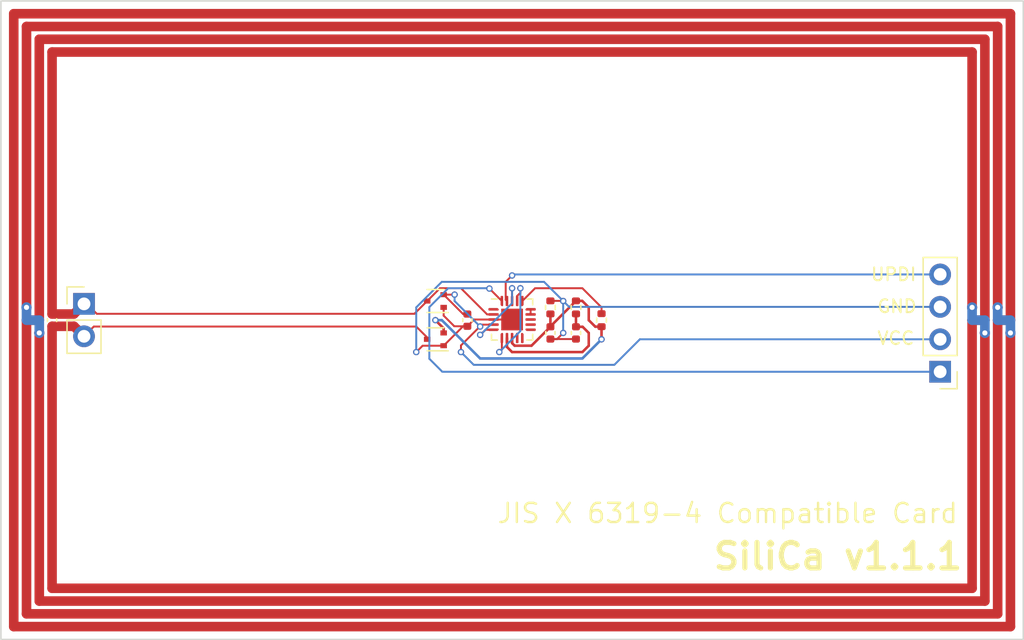
<source format=kicad_pcb>
(kicad_pcb (version 20241229) (generator "pcbnew") (generator_version "9.0")
  (layers (0 "F.Cu" signal) (2 "B.Cu" signal) (13 "F.Paste" user) (15 "B.Paste" user) (5 "F.SilkS" user "F.Silkscreen") (7 "B.SilkS" user "B.Silkscreen") (1 "F.Mask" user) (3 "B.Mask" user) (25 "Edge.Cuts" user))
  (net 0 "")
  (net 1 "EXTCLK")
  (net 2 "VCC")
  (net 3 "GND")
  (net 4 "AINP0")
  (net 5 "AINN0")
  (net 6 "MISO")
  (net 7 "RxD")
  (net 8 "~{SS}")
  (net 9 "MOSI")
  (net 15 "SCK")
  (net 16 "UPDI")
  (net 17 "TxD")
  (footprint "Package_TO_SOT_SMD:SOT-523" (layer "F.Cu") (at 84 73.5 180)
    (property "Reference" "D1" (hide yes))
    (property "Value" "D_Schottky_Dual_Series_AKC_Parallel" (hide yes))
    (fp_line (start 0.65 0.9) (end -0.65 0.9) (stroke (width 0.12)) (layer "F.SilkS"))
    (fp_line (start -1 -0.9) (end 0.65 -0.9) (stroke (width 0.12)) (layer "F.SilkS"))
    (pad "1" smd rect (at -0.645 -0.5) (size 0.51 0.4) (layers "F.Cu" "F.Mask" "F.Paste") (net 3 "GND"))
    (pad "2" smd rect (at -0.645 0.5) (size 0.51 0.4) (layers "F.Cu" "F.Mask" "F.Paste") (net 2 "VCC"))
    (pad "3" smd rect (at 0.645 0) (size 0.51 0.4) (layers "F.Cu" "F.Mask" "F.Paste") (net 1 "EXTCLK"))
  )
  (footprint "Package_TO_SOT_SMD:SOT-523" (layer "F.Cu") (at 84 76.5 180)
    (property "Reference" "D2" (hide yes))
    (property "Value" "D_Schottky_Dual_Series_AKC_Parallel" (hide yes))
    (fp_line (start 0.65 0.9) (end -0.65 0.9) (stroke (width 0.12)) (layer "F.SilkS"))
    (fp_line (start -1 -0.9) (end 0.65 -0.9) (stroke (width 0.12)) (layer "F.SilkS"))
    (pad "1" smd rect (at -0.645 -0.5) (size 0.51 0.4) (layers "F.Cu" "F.Mask" "F.Paste") (net 3 "GND"))
    (pad "2" smd rect (at -0.645 0.5) (size 0.51 0.4) (layers "F.Cu" "F.Mask" "F.Paste") (net 4 "AINP0"))
    (pad "3" smd rect (at 0.645 0) (size 0.51 0.4) (layers "F.Cu" "F.Mask" "F.Paste") (net 1 "EXTCLK"))
  )
  (footprint "Capacitor_SMD:C_0402_1005Metric" (layer "F.Cu") (at 54 75 -90)
    (property "Reference" "C1" (hide yes))
    (property "Value" "C")
    (fp_line (start -0.107836 0.36) (end 0.107836 0.36) (stroke (width 0.12)) (layer "F.SilkS"))
    (fp_line (start -0.107836 -0.36) (end 0.107836 -0.36) (stroke (width 0.12)) (layer "F.SilkS"))
    (pad "1" smd roundrect (at -0.48 0 270) (size 0.56 0.62) (layers "F.Cu" "F.Mask" "F.Paste") (net 1 "EXTCLK"))
    (pad "2" smd roundrect (at 0.48 0 270) (size 0.56 0.62) (layers "F.Cu" "F.Mask" "F.Paste") (net 1 "EXTCLK"))
  )
  (footprint "Resistor_SMD:R_0402_1005Metric" (layer "F.Cu") (at 95 74 -90)
    (property "Reference" "R2" (hide yes))
    (property "Value" "R")
    (fp_line (start -0.153641 0.38) (end 0.153641 0.38) (stroke (width 0.12)) (layer "F.SilkS"))
    (fp_line (start -0.153641 -0.38) (end 0.153641 -0.38) (stroke (width 0.12)) (layer "F.SilkS"))
    (pad "1" smd roundrect (at -0.51 0 270) (size 0.54 0.64) (layers "F.Cu" "F.Mask" "F.Paste") (net 4 "AINP0"))
    (pad "2" smd roundrect (at 0.51 0 270) (size 0.54 0.64) (layers "F.Cu" "F.Mask" "F.Paste") (net 5 "AINN0"))
  )
  (footprint "Resistor_SMD:R_0402_1005Metric" (layer "F.Cu") (at 93 74 90)
    (property "Reference" "R1" (hide yes))
    (property "Value" "R")
    (fp_line (start -0.153641 -0.38) (end 0.153641 -0.38) (stroke (width 0.12)) (layer "F.SilkS"))
    (fp_line (start -0.153641 0.38) (end 0.153641 0.38) (stroke (width 0.12)) (layer "F.SilkS"))
    (pad "1" smd roundrect (at -0.51 0 90) (size 0.54 0.64) (layers "F.Cu" "F.Mask" "F.Paste") (net 4 "AINP0"))
    (pad "2" smd roundrect (at 0.51 0 90) (size 0.54 0.64) (layers "F.Cu" "F.Mask" "F.Paste") (net 3 "GND"))
  )
  (footprint "Connector_PinHeader_2.54mm:PinHeader_1x04_P2.54mm_Vertical" (layer "F.Cu") (at 123.5 79.04 180)
    (property "Reference" "J1" (hide yes))
    (property "Value" "Conn_01x04_Pin")
    (fp_line (start 1.33 1.27) (end 1.33 8.95) (stroke (width 0.12)) (layer "F.SilkS"))
    (fp_line (start -1.33 8.95) (end 1.33 8.95) (stroke (width 0.12)) (layer "F.SilkS"))
    (fp_line (start -1.33 1.27) (end 1.33 1.27) (stroke (width 0.12)) (layer "F.SilkS"))
    (fp_line (start -1.33 1.27) (end -1.33 8.95) (stroke (width 0.12)) (layer "F.SilkS"))
    (fp_line (start -1.33 0) (end -1.33 -1.33) (stroke (width 0.12)) (layer "F.SilkS"))
    (fp_line (start -1.33 -1.33) (end 0 -1.33) (stroke (width 0.12)) (layer "F.SilkS"))
    (pad "1" thru_hole rect (at 0 0 180) (size 1.7 1.7) (drill 1) (layers "*.Cu" "*.Mask") (net 17 "TxD"))
    (pad "2" thru_hole oval (at 0 2.54 180) (size 1.7 1.7) (drill 1) (layers "*.Cu" "*.Mask") (net 2 "VCC"))
    (pad "3" thru_hole oval (at 0 5.08 180) (size 1.7 1.7) (drill 1) (layers "*.Cu" "*.Mask") (net 3 "GND"))
    (pad "4" thru_hole oval (at 0 7.62 180) (size 1.7 1.7) (drill 1) (layers "*.Cu" "*.Mask") (net 16 "UPDI"))
  )
  (footprint "Connector_PinHeader_2.54mm:PinHeader_1x02_P2.54mm_Vertical" (layer "F.Cu") (at 56.5 73.725)
    (property "Reference" "AE1" (hide yes))
    (property "Value" "Antenna_Loop")
    (fp_line (start -1.33 -1.33) (end 0 -1.33) (stroke (width 0.12)) (layer "F.SilkS"))
    (fp_line (start -1.33 0) (end -1.33 -1.33) (stroke (width 0.12)) (layer "F.SilkS"))
    (fp_line (start -1.33 1.27) (end -1.33 3.87) (stroke (width 0.12)) (layer "F.SilkS"))
    (fp_line (start -1.33 1.27) (end 1.33 1.27) (stroke (width 0.12)) (layer "F.SilkS"))
    (fp_line (start -1.33 3.87) (end 1.33 3.87) (stroke (width 0.12)) (layer "F.SilkS"))
    (fp_line (start 1.33 1.27) (end 1.33 3.87) (stroke (width 0.12)) (layer "F.SilkS"))
    (pad "1" thru_hole rect (at 0 0) (size 1.7 1.7) (drill 1) (layers "*.Cu" "*.Mask") (net 1 "EXTCLK"))
    (pad "2" thru_hole oval (at 0 2.54) (size 1.7 1.7) (drill 1) (layers "*.Cu" "*.Mask") (net 1 "EXTCLK"))
  )
  (footprint "Resistor_SMD:R_0402_1005Metric" (layer "F.Cu") (at 97 75 90)
    (property "Reference" "R3" (hide yes))
    (property "Value" "R")
    (fp_line (start -0.153641 -0.38) (end 0.153641 -0.38) (stroke (width 0.12)) (layer "F.SilkS"))
    (fp_line (start -0.153641 0.38) (end 0.153641 0.38) (stroke (width 0.12)) (layer "F.SilkS"))
    (pad "1" smd roundrect (at -0.51 0 90) (size 0.54 0.64) (layers "F.Cu" "F.Mask" "F.Paste") (net 4 "AINP0"))
    (pad "2" smd roundrect (at 0.51 0 90) (size 0.54 0.64) (layers "F.Cu" "F.Mask" "F.Paste") (net 6 "MISO"))
  )
  (footprint "Package_DFN_QFN:VQFN-20-1EP_3x3mm_P0.4mm_EP1.7x1.7mm" (layer "F.Cu") (at 90 74.95)
    (property "Reference" "U1" (hide yes))
    (property "Value" "ATtiny1616-M" (hide yes))
    (fp_line (start -1.61 1.61) (end -1.61 1.16) (stroke (width 0.12)) (layer "F.SilkS"))
    (fp_line (start -1.16 -1.61) (end -1.61 -1.61) (stroke (width 0.12)) (layer "F.SilkS"))
    (fp_line (start -1.16 1.61) (end -1.61 1.61) (stroke (width 0.12)) (layer "F.SilkS"))
    (fp_line (start 1.16 -1.61) (end 1.61 -1.61) (stroke (width 0.12)) (layer "F.SilkS"))
    (fp_line (start 1.16 1.61) (end 1.61 1.61) (stroke (width 0.12)) (layer "F.SilkS"))
    (fp_line (start 1.61 -1.61) (end 1.61 -1.16) (stroke (width 0.12)) (layer "F.SilkS"))
    (fp_line (start 1.61 1.61) (end 1.61 1.16) (stroke (width 0.12)) (layer "F.SilkS"))
    (pad "1" smd custom (at -1.45 -0.8) (size 0.143431 0.143431) (layers "F.Cu" "F.Mask" "F.Paste") (net 7 "RxD") (options (clearance outline) (anchor circle)) (primitives (gr_poly (pts (xy 0.35 0.000711) (xy 0.35 0.05) (xy -0.35 0.05) (xy -0.35 -0.05) (xy 0.299289 -0.05)) (width 0.1) (fill yes))))
    (pad "2" smd roundrect (at -1.45 -0.4) (size 0.8 0.2) (layers "F.Cu" "F.Mask" "F.Paste") (net 1 "EXTCLK"))
    (pad "3" smd roundrect (at -1.45 0) (size 0.8 0.2) (layers "F.Cu" "F.Mask" "F.Paste") (net 3 "GND"))
    (pad "4" smd roundrect (at -1.45 0.4) (size 0.8 0.2) (layers "F.Cu" "F.Mask" "F.Paste") (net 2 "VCC"))
    (pad "5" smd custom (at -1.45 0.8) (size 0.143431 0.143431) (layers "F.Cu" "F.Mask" "F.Paste") (net 8 "~{SS}") (options (clearance outline) (anchor circle)) (primitives (gr_poly (pts (xy 0.35 -0.000711) (xy 0.299289 0.05) (xy -0.35 0.05) (xy -0.35 -0.05) (xy 0.35 -0.05)) (width 0.1) (fill yes))))
    (pad "6" smd custom (at -0.8 1.45) (size 0.143431 0.143431) (layers "F.Cu" "F.Mask" "F.Paste") (net 9 "MOSI") (options (clearance outline) (anchor circle)) (primitives (gr_poly (pts (xy 0.05 0.35) (xy -0.05 0.35) (xy -0.05 -0.299289) (xy 0.000711 -0.35) (xy 0.05 -0.35)) (width 0.1) (fill yes))))
    (pad "7" smd roundrect (at -0.4 1.45) (size 0.2 0.8) (layers "F.Cu" "F.Mask" "F.Paste") (net 5 "AINN0"))
    (pad "8" smd roundrect (at 0 1.45) (size 0.2 0.8) (layers "F.Cu" "F.Mask" "F.Paste") (net 4 "AINP0"))
    (pad "9" smd roundrect (at 0.4 1.45) (size 0.2 0.8) (layers "F.Cu" "F.Mask" "F.Paste"))
    (pad "10" smd custom (at 0.8 1.45) (size 0.143431 0.143431) (layers "F.Cu" "F.Mask" "F.Paste") (options (clearance outline) (anchor circle)) (primitives (gr_poly (pts (xy 0.05 -0.299289) (xy 0.05 0.35) (xy -0.05 0.35) (xy -0.05 -0.35) (xy -0.000711 -0.35)) (width 0.1) (fill yes))))
    (pad "11" smd custom (at 1.45 0.8) (size 0.143431 0.143431) (layers "F.Cu" "F.Mask" "F.Paste") (options (clearance outline) (anchor circle)) (primitives (gr_poly (pts (xy 0.35 0.05) (xy -0.299289 0.05) (xy -0.35 -0.000711) (xy -0.35 -0.05) (xy 0.35 -0.05)) (width 0.1) (fill yes))))
    (pad "12" smd roundrect (at 1.45 0.4) (size 0.8 0.2) (layers "F.Cu" "F.Mask" "F.Paste"))
    (pad "13" smd roundrect (at 1.45 0) (size 0.8 0.2) (layers "F.Cu" "F.Mask" "F.Paste"))
    (pad "14" smd roundrect (at 1.45 -0.4) (size 0.8 0.2) (layers "F.Cu" "F.Mask" "F.Paste") (net 15 "SCK"))
    (pad "15" smd custom (at 1.45 -0.8) (size 0.143431 0.143431) (layers "F.Cu" "F.Mask" "F.Paste") (net 15 "SCK") (options (clearance outline) (anchor circle)) (primitives (gr_poly (pts (xy 0.35 0.05) (xy -0.35 0.05) (xy -0.35 0.000711) (xy -0.299289 -0.05) (xy 0.35 -0.05)) (width 0.1) (fill yes))))
    (pad "16" smd custom (at 0.8 -1.45) (size 0.143431 0.143431) (layers "F.Cu" "F.Mask" "F.Paste") (net 6 "MISO") (options (clearance outline) (anchor circle)) (primitives (gr_poly (pts (xy 0.05 0.299289) (xy -0.000711 0.35) (xy -0.05 0.35) (xy -0.05 -0.35) (xy 0.05 -0.35)) (width 0.1) (fill yes))))
    (pad "17" smd roundrect (at 0.4 -1.45) (size 0.2 0.8) (layers "F.Cu" "F.Mask" "F.Paste") (net 9 "MOSI"))
    (pad "18" smd roundrect (at 0 -1.45) (size 0.2 0.8) (layers "F.Cu" "F.Mask" "F.Paste") (net 8 "~{SS}"))
    (pad "19" smd roundrect (at -0.4 -1.45) (size 0.2 0.8) (layers "F.Cu" "F.Mask" "F.Paste") (net 16 "UPDI"))
    (pad "20" smd custom (at -0.8 -1.45) (size 0.143431 0.143431) (layers "F.Cu" "F.Mask" "F.Paste") (net 17 "TxD") (options (clearance outline) (anchor circle)) (primitives (gr_poly (pts (xy 0.05 0.35) (xy 0.000711 0.35) (xy -0.05 0.299289) (xy -0.05 -0.35) (xy 0.05 -0.35)) (width 0.1) (fill yes))))
    (pad "21" smd rect (at 0 0) (size 1.7 1.7) (layers "F.Cu" "F.Mask") (net 3 "GND"))
  )
  (footprint "Capacitor_SMD:C_0402_1005Metric" (layer "F.Cu") (at 86.5 75 -90)
    (property "Reference" "C2" (hide yes))
    (property "Value" "C")
    (fp_line (start -0.107836 0.36) (end 0.107836 0.36) (stroke (width 0.12)) (layer "F.SilkS"))
    (fp_line (start -0.107836 -0.36) (end 0.107836 -0.36) (stroke (width 0.12)) (layer "F.SilkS"))
    (pad "1" smd roundrect (at -0.48 0 270) (size 0.56 0.62) (layers "F.Cu" "F.Mask" "F.Paste") (net 2 "VCC"))
    (pad "2" smd roundrect (at 0.48 0 270) (size 0.56 0.62) (layers "F.Cu" "F.Mask" "F.Paste") (net 3 "GND"))
  )
  (footprint "Capacitor_SMD:C_0402_1005Metric" (layer "F.Cu") (at 95 76 -90)
    (property "Reference" "C4" (hide yes))
    (property "Value" "C")
    (fp_line (start -0.107836 0.36) (end 0.107836 0.36) (stroke (width 0.12)) (layer "F.SilkS"))
    (fp_line (start -0.107836 -0.36) (end 0.107836 -0.36) (stroke (width 0.12)) (layer "F.SilkS"))
    (pad "1" smd roundrect (at -0.48 0 270) (size 0.56 0.62) (layers "F.Cu" "F.Mask" "F.Paste") (net 5 "AINN0"))
    (pad "2" smd roundrect (at 0.48 0 270) (size 0.56 0.62) (layers "F.Cu" "F.Mask" "F.Paste") (net 3 "GND"))
  )
  (footprint "Capacitor_SMD:C_0402_1005Metric" (layer "F.Cu") (at 93 76 -90)
    (property "Reference" "C3" (hide yes))
    (property "Value" "C")
    (fp_line (start -0.107836 0.36) (end 0.107836 0.36) (stroke (width 0.12)) (layer "F.SilkS"))
    (fp_line (start -0.107836 -0.36) (end 0.107836 -0.36) (stroke (width 0.12)) (layer "F.SilkS"))
    (pad "1" smd roundrect (at -0.48 0 270) (size 0.56 0.62) (layers "F.Cu" "F.Mask" "F.Paste") (net 4 "AINP0"))
    (pad "2" smd roundrect (at 0.48 0 270) (size 0.56 0.62) (layers "F.Cu" "F.Mask" "F.Paste") (net 3 "GND"))
  )
  (gr_rect (start 50 50) (end 130 100) (stroke (width 0.1)) (fill no) (layer "Edge.Cuts"))
  (gr_text "VCC" (at 118.5 77 0) (layer "F.SilkS") (effects (font (size 1 1)) (justify left bottom)))
  (gr_text "JIS X 6319-4 Compatible Card" (at 88.75 91 0) (layer "F.SilkS") (effects (font (size 1.5 1.5) (thickness 0.1875)) (justify left bottom)))
  (gr_text "GND" (at 118.5 74.5 0) (layer "F.SilkS") (effects (font (size 1 1)) (justify left bottom)))
  (gr_text "SiliCa v1.1.1" (at 115.5 93.5 0) (layer "F.SilkS") (effects (font (size 2 2) (thickness 0.4) (bold yes))))
  (gr_text "UPDI" (at 118 72 0) (layer "F.SilkS") (effects (font (size 1 1)) (justify left bottom)))
  (segment (start 83.355 73.5) (end 82.355 74.5) (width 0.15) (layer "F.Cu") (net 1))
  (segment (start 54 75.48) (end 54 96) (width 0.75) (layer "F.Cu") (net 1))
  (segment (start 51 51) (end 51 99) (width 0.75) (layer "F.Cu") (net 1))
  (segment (start 55.705 74.52) (end 56.5 73.725) (width 0.75) (layer "F.Cu") (net 1))
  (segment (start 126 75) (end 127 75) (width 0.75) (layer "F.Cu") (net 1))
  (segment (start 82.355 74.5) (end 57.5 74.5) (width 0.15) (layer "F.Cu") (net 1))
  (segment (start 127 97) (end 127 76) (width 0.75) (layer "F.Cu") (net 1))
  (segment (start 126 54) (end 54 54) (width 0.75) (layer "F.Cu") (net 1))
  (segment (start 128 75) (end 129 75) (width 0.75) (layer "F.Cu") (net 1))
  (segment (start 83.355 76.5) (end 83.355 76.355) (width 0.15) (layer "F.Cu") (net 1))
  (segment (start 57.265 75.5) (end 56.5 76.265) (width 0.15) (layer "F.Cu") (net 1))
  (segment (start 128 52) (end 128 74) (width 0.75) (layer "F.Cu") (net 1))
  (segment (start 128 98) (end 128 75) (width 0.75) (layer "F.Cu") (net 1))
  (segment (start 129 75) (end 129 51) (width 0.75) (layer "F.Cu") (net 1))
  (segment (start 127 53) (end 53 53) (width 0.75) (layer "F.Cu") (net 1))
  (segment (start 126 74) (end 126 54) (width 0.75) (layer "F.Cu") (net 1))
  (segment (start 54 74.52) (end 55.705 74.52) (width 0.75) (layer "F.Cu") (net 1))
  (segment (start 53 75) (end 52 75) (width 0.75) (layer "F.Cu") (net 1))
  (segment (start 53 97) (end 127 97) (width 0.75) (layer "F.Cu") (net 1))
  (segment (start 51 99) (end 129 99) (width 0.75) (layer "F.Cu") (net 1))
  (segment (start 52 75) (end 52 98) (width 0.75) (layer "F.Cu") (net 1))
  (segment (start 56.725 73.725) (end 56.5 73.725) (width 0.15) (layer "F.Cu") (net 1))
  (segment (start 83.355 73.5) (end 84.355 72.5) (width 0.15) (layer "F.Cu") (net 1))
  (segment (start 82.5 75.5) (end 57.265 75.5) (width 0.15) (layer "F.Cu") (net 1))
  (segment (start 129 99) (end 129 76) (width 0.75) (layer "F.Cu") (net 1))
  (segment (start 86 72.5) (end 88.05 74.55) (width 0.15) (layer "F.Cu") (net 1))
  (segment (start 54 54) (end 54 74.52) (width 0.75) (layer "F.Cu") (net 1))
  (segment (start 57.5 74.5) (end 56.725 73.725) (width 0.15) (layer "F.Cu") (net 1))
  (segment (start 55.715 75.48) (end 56.5 76.265) (width 0.75) (layer "F.Cu") (net 1))
  (segment (start 129 51) (end 51 51) (width 0.75) (layer "F.Cu") (net 1))
  (segment (start 53 53) (end 53 75) (width 0.75) (layer "F.Cu") (net 1))
  (segment (start 53 76) (end 53 97) (width 0.75) (layer "F.Cu") (net 1))
  (segment (start 52 74) (end 52 52) (width 0.75) (layer "F.Cu") (net 1))
  (segment (start 126 96) (end 126 75) (width 0.75) (layer "F.Cu") (net 1))
  (segment (start 52 98) (end 128 98) (width 0.75) (layer "F.Cu") (net 1))
  (segment (start 83.355 76.355) (end 82.5 75.5) (width 0.15) (layer "F.Cu") (net 1))
  (segment (start 127 75) (end 127 53) (width 0.75) (layer "F.Cu") (net 1))
  (segment (start 84.355 72.5) (end 86 72.5) (width 0.15) (layer "F.Cu") (net 1))
  (segment (start 88.05 74.55) (end 88.55 74.55) (width 0.15) (layer "F.Cu") (net 1))
  (segment (start 52 52) (end 128 52) (width 0.75) (layer "F.Cu") (net 1))
  (segment (start 54 96) (end 126 96) (width 0.75) (layer "F.Cu") (net 1))
  (segment (start 54 75.48) (end 55.715 75.48) (width 0.75) (layer "F.Cu") (net 1))
  (via (at 53 76) (size 0.8) (drill 0.4) (layers "F.Cu" "B.Cu") (net 1))
  (via (at 127 76) (size 0.8) (drill 0.4) (layers "F.Cu" "B.Cu") (net 1))
  (via (at 52 74) (size 0.8) (drill 0.4) (layers "F.Cu" "B.Cu") (net 1))
  (via (at 126 74) (size 0.8) (drill 0.4) (layers "F.Cu" "B.Cu") (net 1))
  (via (at 128 74) (size 0.8) (drill 0.4) (layers "F.Cu" "B.Cu") (net 1))
  (via (at 129 76) (size 0.8) (drill 0.4) (layers "F.Cu" "B.Cu") (net 1))
  (segment (start 126 75) (end 127 75) (width 0.75) (layer "B.Cu") (net 1))
  (segment (start 128 74) (end 128 75) (width 0.75) (layer "B.Cu") (net 1))
  (segment (start 53 75) (end 52 75) (width 0.75) (layer "B.Cu") (net 1))
  (segment (start 129 75) (end 129 76) (width 0.75) (layer "B.Cu") (net 1))
  (segment (start 126 74) (end 126 75) (width 0.75) (layer "B.Cu") (net 1))
  (segment (start 53 76) (end 53 75) (width 0.75) (layer "B.Cu") (net 1))
  (segment (start 127 75) (end 127 76) (width 0.75) (layer "B.Cu") (net 1))
  (segment (start 128 75) (end 129 75) (width 0.75) (layer "B.Cu") (net 1))
  (segment (start 52 75) (end 52 74) (width 0.75) (layer "B.Cu") (net 1))
  (segment (start 87.65 75.35) (end 87.5 75.5) (width 0.15) (layer "F.Cu") (net 2))
  (segment (start 86 77.5) (end 86 76.978251) (width 0.15) (layer "F.Cu") (net 2))
  (segment (start 84.645 73) (end 86.165 74.52) (width 0.15) (layer "F.Cu") (net 2))
  (segment (start 86.165 74.52) (end 86.5 74.52) (width 0.15) (layer "F.Cu") (net 2))
  (segment (start 87.478251 75.5) (end 87.5 75.5) (width 0.15) (layer "F.Cu") (net 2))
  (segment (start 84.645 73) (end 85.5 73) (width 0.15) (layer "F.Cu") (net 2))
  (segment (start 88.55 75.35) (end 87.65 75.35) (width 0.15) (layer "F.Cu") (net 2))
  (segment (start 86 76.978251) (end 87.478251 75.5) (width 0.15) (layer "F.Cu") (net 2))
  (via (at 87.5 75.5) (size 0.5) (drill 0.3) (layers "F.Cu" "B.Cu") (net 2))
  (via (at 85.5 73) (size 0.5) (drill 0.3) (layers "F.Cu" "B.Cu") (net 2))
  (via (at 86 77.5) (size 0.5) (drill 0.3) (layers "F.Cu" "B.Cu") (net 2))
  (segment (start 98 78.5) (end 87 78.5) (width 0.15) (layer "B.Cu") (net 2))
  (segment (start 87 78.5) (end 86 77.5) (width 0.15) (layer "B.Cu") (net 2))
  (segment (start 87.5 75.5) (end 85.5 73.5) (width 0.15) (layer "B.Cu") (net 2))
  (segment (start 85.5 73.5) (end 85.5 73) (width 0.15) (layer "B.Cu") (net 2))
  (segment (start 123.5 76.5) (end 100 76.5) (width 0.15) (layer "B.Cu") (net 2))
  (segment (start 100 76.5) (end 98 78.5) (width 0.15) (layer "B.Cu") (net 2))
  (segment (start 94 76) (end 93.52 76.48) (width 0.15) (layer "F.Cu") (net 3))
  (segment (start 93 76.48) (end 95 76.48) (width 0.15) (layer "F.Cu") (net 3))
  (segment (start 84.645 74.645) (end 85.48 75.48) (width 0.15) (layer "F.Cu") (net 3))
  (segment (start 87.03 74.95) (end 88.55 74.95) (width 0.15) (layer "F.Cu") (net 3))
  (segment (start 85.48 75.48) (end 86.5 75.48) (width 0.15) (layer "F.Cu") (net 3))
  (segment (start 84.645 74) (end 84.645 74.645) (width 0.15) (layer "F.Cu") (net 3))
  (segment (start 82.5 77.5) (end 83 77) (width 0.15) (layer "F.Cu") (net 3))
  (segment (start 83 77) (end 84.645 77) (width 0.15) (layer "F.Cu") (net 3))
  (segment (start 88.55 74.95) (end 90 74.95) (width 0.15) (layer "F.Cu") (net 3))
  (segment (start 86.5 75.48) (end 87.03 74.95) (width 0.15) (layer "F.Cu") (net 3))
  (segment (start 93.52 76.48) (end 93 76.48) (width 0.15) (layer "F.Cu") (net 3))
  (segment (start 94 73.5) (end 93.99 73.49) (width 0.15) (layer "F.Cu") (net 3))
  (segment (start 86.165 75.48) (end 86.5 75.48) (width 0.15) (layer "F.Cu") (net 3))
  (segment (start 84.645 77) (end 86.165 75.48) (width 0.15) (layer "F.Cu") (net 3))
  (segment (start 93 73.49) (end 93.99 73.49) (width 0.15) (layer "F.Cu") (net 3))
  (via (at 82.5 77.5) (size 0.5) (drill 0.3) (layers "F.Cu" "B.Cu") (net 3))
  (via (at 94 76) (size 0.5) (drill 0.3) (layers "F.Cu" "B.Cu") (net 3))
  (via (at 94 73.5) (size 0.5) (drill 0.3) (layers "F.Cu" "B.Cu") (net 3))
  (segment (start 92.5 72) (end 84.5 72) (width 0.15) (layer "B.Cu") (net 3))
  (segment (start 94 73.5) (end 94.46 73.96) (width 0.15) (layer "B.Cu") (net 3))
  (segment (start 84.5 72) (end 82.5 74) (width 0.15) (layer "B.Cu") (net 3))
  (segment (start 94 76) (end 94 73.5) (width 0.15) (layer "B.Cu") (net 3))
  (segment (start 82.5 74) (end 82.5 77.5) (width 0.15) (layer "B.Cu") (net 3))
  (segment (start 94 73.5) (end 92.5 72) (width 0.15) (layer "B.Cu") (net 3))
  (segment (start 94.46 73.96) (end 123.5 73.96) (width 0.15) (layer "B.Cu") (net 3))
  (segment (start 93 75.49) (end 95 73.49) (width 0.2) (layer "F.Cu") (net 4))
  (segment (start 97 75.51) (end 97 76.5) (width 0.2) (layer "F.Cu") (net 4))
  (segment (start 93 75.52) (end 93 75.49) (width 0.2) (layer "F.Cu") (net 4))
  (segment (start 95.49 73.49) (end 96 74) (width 0.2) (layer "F.Cu") (net 4))
  (segment (start 84.645 76) (end 84.645 75.645) (width 0.2) (layer "F.Cu") (net 4))
  (segment (start 90 76.4) (end 90 76.8) (width 0.2) (layer "F.Cu") (net 4))
  (segment (start 84.645 75.645) (end 84 75) (width 0.2) (layer "F.Cu") (net 4))
  (segment (start 96 74) (end 96 75) (width 0.2) (layer "F.Cu") (net 4))
  (segment (start 90.2 77) (end 91.52 77) (width 0.2) (layer "F.Cu") (net 4))
  (segment (start 96.51 75.51) (end 97 75.51) (width 0.2) (layer "F.Cu") (net 4))
  (segment (start 90 76.8) (end 90.2 77) (width 0.2) (layer "F.Cu") (net 4))
  (segment (start 93 74.51) (end 93 75.52) (width 0.2) (layer "F.Cu") (net 4))
  (segment (start 91.52 77) (end 93 75.52) (width 0.2) (layer "F.Cu") (net 4))
  (segment (start 96 75) (end 96.51 75.51) (width 0.2) (layer "F.Cu") (net 4))
  (segment (start 95 73.49) (end 95.49 73.49) (width 0.2) (layer "F.Cu") (net 4))
  (via (at 97 76.5) (size 0.5) (drill 0.3) (layers "F.Cu" "B.Cu") (net 4))
  (via (at 84 75) (size 0.5) (drill 0.3) (layers "F.Cu" "B.Cu") (net 4))
  (segment (start 84 75) (end 84.5 75) (width 0.2) (layer "B.Cu") (net 4))
  (segment (start 95.500001 77.999999) (end 97 76.5) (width 0.2) (layer "B.Cu") (net 4))
  (segment (start 84.5 75) (end 87.499999 77.999999) (width 0.2) (layer "B.Cu") (net 4))
  (segment (start 87.499999 77.999999) (end 95.500001 77.999999) (width 0.2) (layer "B.Cu") (net 4))
  (segment (start 89.6 77.1) (end 90 77.5) (width 0.2) (layer "F.Cu") (net 5))
  (segment (start 96 77) (end 96 76) (width 0.2) (layer "F.Cu") (net 5))
  (segment (start 95.52 75.52) (end 95 75.52) (width 0.2) (layer "F.Cu") (net 5))
  (segment (start 96 76) (end 95.52 75.52) (width 0.2) (layer "F.Cu") (net 5))
  (segment (start 95 74.51) (end 95 75.52) (width 0.2) (layer "F.Cu") (net 5))
  (segment (start 89.6 76.4) (end 89.6 77.1) (width 0.2) (layer "F.Cu") (net 5))
  (segment (start 95.5 77.5) (end 96 77) (width 0.2) (layer "F.Cu") (net 5))
  (segment (start 90 77.5) (end 95.5 77.5) (width 0.2) (layer "F.Cu") (net 5))
  (segment (start 91.8 72.5) (end 95.5 72.5) (width 0.15) (layer "F.Cu") (net 6))
  (segment (start 95.5 72.5) (end 97 74) (width 0.15) (layer "F.Cu") (net 6))
  (segment (start 97 74.49) (end 97 74) (width 0.15) (layer "F.Cu") (net 6))
  (segment (start 90.8 73.5) (end 91.8 72.5) (width 0.15) (layer "F.Cu") (net 6))
  (segment (start 87.696752 75.975) (end 87.921752 75.75) (width 0.15) (layer "F.Cu") (net 8))
  (segment (start 90 73.5) (end 90 72.5) (width 0.15) (layer "F.Cu") (net 8))
  (segment (start 87.675003 75.975) (end 87.696752 75.975) (width 0.15) (layer "F.Cu") (net 8))
  (segment (start 87.921752 75.75) (end 88.55 75.75) (width 0.15) (layer "F.Cu") (net 8))
  (segment (start 87.5 76.150003) (end 87.675003 75.975) (width 0.15) (layer "F.Cu") (net 8))
  (via (at 87.5 76.150003) (size 0.5) (drill 0.3) (layers "F.Cu" "B.Cu") (net 8))
  (via (at 90 72.5) (size 0.5) (drill 0.3) (layers "F.Cu" "B.Cu") (net 8))
  (segment (start 90 72.5) (end 90 73.671752) (width 0.15) (layer "B.Cu") (net 8))
  (segment (start 87.521749 76.150003) (end 87.5 76.150003) (width 0.15) (layer "B.Cu") (net 8))
  (segment (start 90 73.671752) (end 87.521749 76.150003) (width 0.15) (layer "B.Cu") (net 8))
  (segment (start 89.2 77.3) (end 89 77.5) (width 0.15) (layer "F.Cu") (net 9))
  (segment (start 89.2 76.4) (end 89.2 77.3) (width 0.15) (layer "F.Cu") (net 9))
  (segment (start 90.4 73.1) (end 90.650003 72.849997) (width 0.15) (layer "F.Cu") (net 9))
  (segment (start 90.650003 72.849997) (end 90.650003 72.5) (width 0.15) (layer "F.Cu") (net 9))
  (segment (start 90.4 73.5) (end 90.4 73.1) (width 0.15) (layer "F.Cu") (net 9))
  (via (at 89 77.5) (size 0.5) (drill 0.3) (layers "F.Cu" "B.Cu") (net 9))
  (via (at 90.650003 72.5) (size 0.5) (drill 0.3) (layers "F.Cu" "B.Cu") (net 9))
  (segment (start 90.650003 72.5) (end 90.650003 75.849997) (width 0.15) (layer "B.Cu") (net 9))
  (segment (start 90.650003 75.849997) (end 89 77.5) (width 0.15) (layer "B.Cu") (net 9))
  (segment (start 91.45 74.55) (end 91.45 74.15) (width 0.15) (layer "F.Cu") (net 15))
  (segment (start 89.6 73.5) (end 89.5 73.4) (width 0.15) (layer "F.Cu") (net 16))
  (segment (start 89.5 73.4) (end 89.5 72) (width 0.15) (layer "F.Cu") (net 16))
  (segment (start 89.5 72) (end 90 71.5) (width 0.15) (layer "F.Cu") (net 16))
  (via (at 90 71.5) (size 0.5) (drill 0.3) (layers "F.Cu" "B.Cu") (net 16))
  (segment (start 123.5 71.42) (end 90.08 71.42) (width 0.15) (layer "B.Cu") (net 16))
  (segment (start 88.225 72.525) (end 89.2 73.5) (width 0.15) (layer "F.Cu") (net 17))
  (via (at 88.225 72.525) (size 0.5) (drill 0.3) (layers "F.Cu" "B.Cu") (net 17))
  (segment (start 88.2 72.5) (end 85 72.5) (width 0.15) (layer "B.Cu") (net 17))
  (segment (start 88.225 72.525) (end 88.2 72.5) (width 0.15) (layer "B.Cu") (net 17))
  (segment (start 83.525 73.975) (end 83.525 78.025) (width 0.15) (layer "B.Cu") (net 17))
  (segment (start 85 72.5) (end 83.525 73.975) (width 0.15) (layer "B.Cu") (net 17))
  (segment (start 83.525 78.025) (end 84.54 79.04) (width 0.15) (layer "B.Cu") (net 17))
  (segment (start 84.54 79.04) (end 123.5 79.04) (width 0.15) (layer "B.Cu") (net 17))
)
</source>
